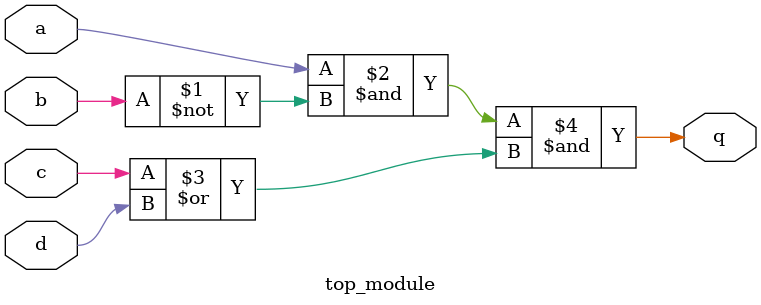
<source format=sv>
module top_module (
	input a, 
	input b, 
	input c, 
	input d,
	output q
);

  assign q = a & ~b & (c | d);

endmodule

</source>
